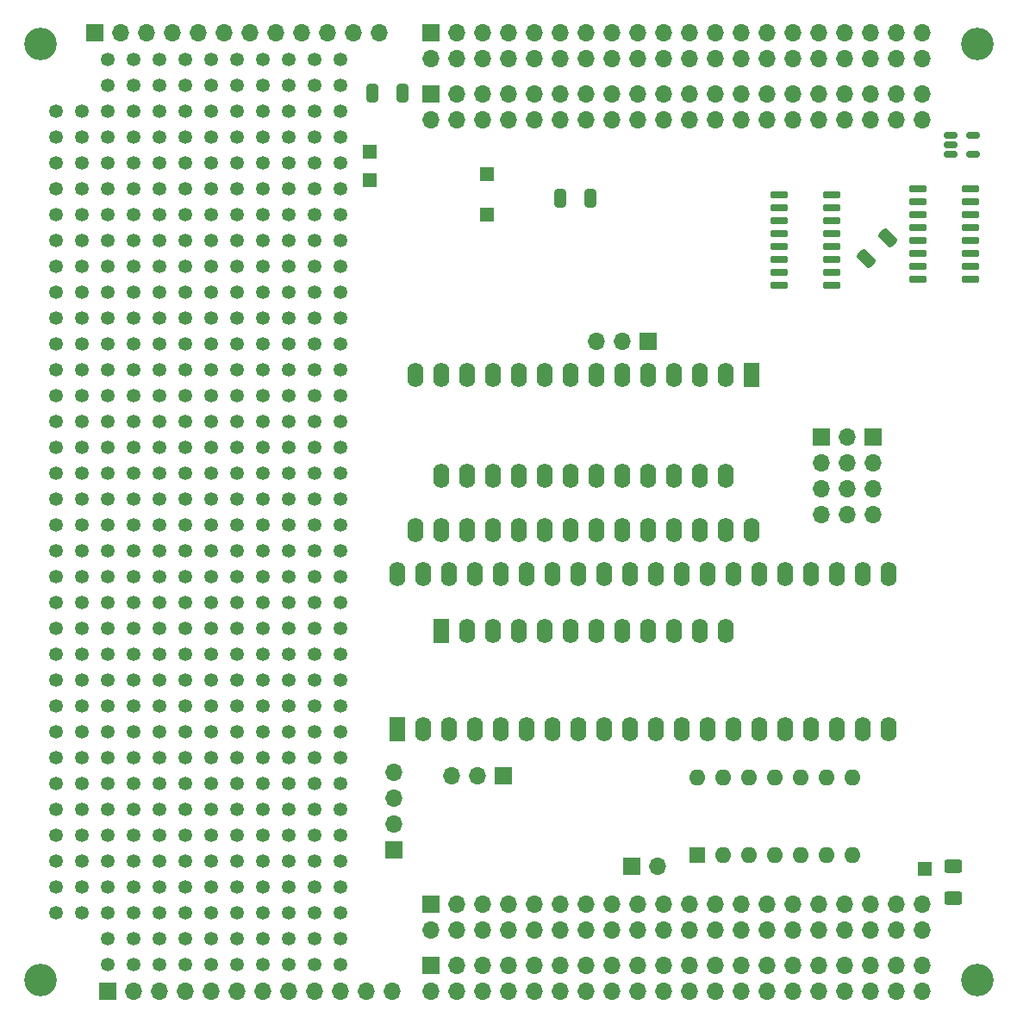
<source format=gbr>
%TF.GenerationSoftware,KiCad,Pcbnew,7.0.5-7.0.5~ubuntu20.04.1*%
%TF.CreationDate,2023-07-18T14:03:02+02:00*%
%TF.ProjectId,MOS MultiSerial_ram,4d4f5320-4d75-46c7-9469-53657269616c,rev?*%
%TF.SameCoordinates,Original*%
%TF.FileFunction,Soldermask,Top*%
%TF.FilePolarity,Negative*%
%FSLAX46Y46*%
G04 Gerber Fmt 4.6, Leading zero omitted, Abs format (unit mm)*
G04 Created by KiCad (PCBNEW 7.0.5-7.0.5~ubuntu20.04.1) date 2023-07-18 14:03:02*
%MOMM*%
%LPD*%
G01*
G04 APERTURE LIST*
G04 Aperture macros list*
%AMRoundRect*
0 Rectangle with rounded corners*
0 $1 Rounding radius*
0 $2 $3 $4 $5 $6 $7 $8 $9 X,Y pos of 4 corners*
0 Add a 4 corners polygon primitive as box body*
4,1,4,$2,$3,$4,$5,$6,$7,$8,$9,$2,$3,0*
0 Add four circle primitives for the rounded corners*
1,1,$1+$1,$2,$3*
1,1,$1+$1,$4,$5*
1,1,$1+$1,$6,$7*
1,1,$1+$1,$8,$9*
0 Add four rect primitives between the rounded corners*
20,1,$1+$1,$2,$3,$4,$5,0*
20,1,$1+$1,$4,$5,$6,$7,0*
20,1,$1+$1,$6,$7,$8,$9,0*
20,1,$1+$1,$8,$9,$2,$3,0*%
G04 Aperture macros list end*
%ADD10R,1.700000X1.700000*%
%ADD11O,1.700000X1.700000*%
%ADD12RoundRect,0.250000X0.325000X0.650000X-0.325000X0.650000X-0.325000X-0.650000X0.325000X-0.650000X0*%
%ADD13C,1.350000*%
%ADD14R,1.350000X1.350000*%
%ADD15RoundRect,0.150000X0.725000X0.150000X-0.725000X0.150000X-0.725000X-0.150000X0.725000X-0.150000X0*%
%ADD16RoundRect,0.150000X-0.512500X-0.150000X0.512500X-0.150000X0.512500X0.150000X-0.512500X0.150000X0*%
%ADD17RoundRect,0.250000X-0.229810X0.689429X-0.689429X0.229810X0.229810X-0.689429X0.689429X-0.229810X0*%
%ADD18R,1.600000X2.400000*%
%ADD19O,1.600000X2.400000*%
%ADD20C,3.200000*%
%ADD21RoundRect,0.150000X-0.725000X-0.150000X0.725000X-0.150000X0.725000X0.150000X-0.725000X0.150000X0*%
%ADD22RoundRect,0.250000X0.625000X-0.400000X0.625000X0.400000X-0.625000X0.400000X-0.625000X-0.400000X0*%
%ADD23R,1.600000X1.600000*%
%ADD24O,1.600000X1.600000*%
G04 APERTURE END LIST*
D10*
%TO.C,JP3*%
X146781800Y-121239000D03*
D11*
X144241800Y-121239000D03*
X141701800Y-121239000D03*
%TD*%
D12*
%TO.C,C4*%
X155371800Y-64490600D03*
X152421800Y-64490600D03*
%TD*%
D10*
%TO.C,J1*%
X139700000Y-48303005D03*
D11*
X139700000Y-50843005D03*
X142240000Y-48303005D03*
X142240000Y-50843005D03*
X144780000Y-48303005D03*
X144780000Y-50843005D03*
X147320000Y-48303005D03*
X147320000Y-50843005D03*
X149860000Y-48303005D03*
X149860000Y-50843005D03*
X152400000Y-48303005D03*
X152400000Y-50843005D03*
X154940000Y-48303005D03*
X154940000Y-50843005D03*
X157480000Y-48303005D03*
X157480000Y-50843005D03*
X160020000Y-48303005D03*
X160020000Y-50843005D03*
X162560000Y-48303005D03*
X162560000Y-50843005D03*
X165100000Y-48303005D03*
X165100000Y-50843005D03*
X167640000Y-48303005D03*
X167640000Y-50843005D03*
X170180000Y-48303005D03*
X170180000Y-50843005D03*
X172720000Y-48303005D03*
X172720000Y-50843005D03*
X175260000Y-48303005D03*
X175260000Y-50843005D03*
X177800000Y-48303005D03*
X177800000Y-50843005D03*
X180340000Y-48303005D03*
X180340000Y-50843005D03*
X182880000Y-48303005D03*
X182880000Y-50843005D03*
X185420000Y-48303005D03*
X185420000Y-50843005D03*
X187960000Y-48303005D03*
X187960000Y-50843005D03*
%TD*%
D10*
%TO.C,J6*%
X183103800Y-87965000D03*
D11*
X183103800Y-90505000D03*
X183103800Y-93045000D03*
X183103800Y-95585000D03*
%TD*%
D10*
%TO.C,J4*%
X139700000Y-133849005D03*
D11*
X139700000Y-136389005D03*
X142240000Y-133849005D03*
X142240000Y-136389005D03*
X144780000Y-133849005D03*
X144780000Y-136389005D03*
X147320000Y-133849005D03*
X147320000Y-136389005D03*
X149860000Y-133849005D03*
X149860000Y-136389005D03*
X152400000Y-133849005D03*
X152400000Y-136389005D03*
X154940000Y-133849005D03*
X154940000Y-136389005D03*
X157480000Y-133849005D03*
X157480000Y-136389005D03*
X160020000Y-133849005D03*
X160020000Y-136389005D03*
X162560000Y-133849005D03*
X162560000Y-136389005D03*
X165100000Y-133849005D03*
X165100000Y-136389005D03*
X167640000Y-133849005D03*
X167640000Y-136389005D03*
X170180000Y-133849005D03*
X170180000Y-136389005D03*
X172720000Y-133849005D03*
X172720000Y-136389005D03*
X175260000Y-133849005D03*
X175260000Y-136389005D03*
X177800000Y-133849005D03*
X177800000Y-136389005D03*
X180340000Y-133849005D03*
X180340000Y-136389005D03*
X182880000Y-133849005D03*
X182880000Y-136389005D03*
X185420000Y-133849005D03*
X185420000Y-136389005D03*
X187960000Y-133849005D03*
X187960000Y-136389005D03*
%TD*%
D13*
%TO.C,J18*%
X125730000Y-139827000D03*
X125730000Y-137287000D03*
X125730000Y-134747000D03*
X125730000Y-132207000D03*
X125730000Y-129667000D03*
X125730000Y-127127000D03*
X125730000Y-124587000D03*
X125730000Y-122047000D03*
X125730000Y-119507000D03*
X125730000Y-116967000D03*
X125730000Y-114427000D03*
X125730000Y-111887000D03*
X125730000Y-109347000D03*
X125730000Y-106807000D03*
X125730000Y-104267000D03*
X125730000Y-101727000D03*
X125730000Y-99187000D03*
X125730000Y-96647000D03*
X125730000Y-94107000D03*
X125730000Y-91567000D03*
X125730000Y-89027000D03*
X125730000Y-86487000D03*
X125730000Y-83947000D03*
X125730000Y-81407000D03*
X125730000Y-78867000D03*
X125730000Y-76327000D03*
X125730000Y-73787000D03*
X125730000Y-71247000D03*
X125730000Y-68707000D03*
X125730000Y-66167000D03*
X125730000Y-63627000D03*
X125730000Y-61087000D03*
X125730000Y-58547000D03*
X125730000Y-56007000D03*
X125730000Y-53467000D03*
X125730000Y-50927000D03*
X123190000Y-50927000D03*
X123190000Y-53467000D03*
X123190000Y-56007000D03*
X123190000Y-58547000D03*
X123190000Y-61087000D03*
X123190000Y-63627000D03*
X123190000Y-66167000D03*
X123190000Y-68707000D03*
X123190000Y-71247000D03*
X123190000Y-73787000D03*
X123190000Y-76327000D03*
X123190000Y-78867000D03*
X123190000Y-81407000D03*
X123190000Y-83947000D03*
X123190000Y-86487000D03*
X123190000Y-89027000D03*
X123190000Y-91567000D03*
X123190000Y-94107000D03*
X123190000Y-96647000D03*
X123190000Y-99187000D03*
X123190000Y-101727000D03*
X123190000Y-104267000D03*
X123190000Y-106807000D03*
X123190000Y-109347000D03*
X123190000Y-111887000D03*
X123190000Y-114427000D03*
X123190000Y-116967000D03*
X123190000Y-119507000D03*
X123190000Y-122047000D03*
X123190000Y-124587000D03*
X123190000Y-127127000D03*
X123190000Y-129667000D03*
X123190000Y-132207000D03*
X123190000Y-134747000D03*
X123190000Y-137287000D03*
X123190000Y-139827000D03*
%TD*%
D14*
%TO.C,J5*%
X145211800Y-66167000D03*
%TD*%
D15*
%TO.C,U6*%
X179065800Y-73077871D03*
X179065800Y-71807871D03*
X179065800Y-70537871D03*
X179065800Y-69267871D03*
X179065800Y-67997871D03*
X179065800Y-66727871D03*
X179065800Y-65457871D03*
X179065800Y-64187871D03*
X173915800Y-64187871D03*
X173915800Y-65457871D03*
X173915800Y-66727871D03*
X173915800Y-67997871D03*
X173915800Y-69267871D03*
X173915800Y-70537871D03*
X173915800Y-71807871D03*
X173915800Y-73077871D03*
%TD*%
D13*
%TO.C,J17*%
X120650000Y-139827000D03*
X120650000Y-137287000D03*
X120650000Y-134747000D03*
X120650000Y-132207000D03*
X120650000Y-129667000D03*
X120650000Y-127127000D03*
X120650000Y-124587000D03*
X120650000Y-122047000D03*
X120650000Y-119507000D03*
X120650000Y-116967000D03*
X120650000Y-114427000D03*
X120650000Y-111887000D03*
X120650000Y-109347000D03*
X120650000Y-106807000D03*
X120650000Y-104267000D03*
X120650000Y-101727000D03*
X120650000Y-99187000D03*
X120650000Y-96647000D03*
X120650000Y-94107000D03*
X120650000Y-91567000D03*
X120650000Y-89027000D03*
X120650000Y-86487000D03*
X120650000Y-83947000D03*
X120650000Y-81407000D03*
X120650000Y-78867000D03*
X120650000Y-76327000D03*
X120650000Y-73787000D03*
X120650000Y-71247000D03*
X120650000Y-68707000D03*
X120650000Y-66167000D03*
X120650000Y-63627000D03*
X120650000Y-61087000D03*
X120650000Y-58547000D03*
X120650000Y-56007000D03*
X120650000Y-53467000D03*
X120650000Y-50927000D03*
X118110000Y-50927000D03*
X118110000Y-53467000D03*
X118110000Y-56007000D03*
X118110000Y-58547000D03*
X118110000Y-61087000D03*
X118110000Y-63627000D03*
X118110000Y-66167000D03*
X118110000Y-68707000D03*
X118110000Y-71247000D03*
X118110000Y-73787000D03*
X118110000Y-76327000D03*
X118110000Y-78867000D03*
X118110000Y-81407000D03*
X118110000Y-83947000D03*
X118110000Y-86487000D03*
X118110000Y-89027000D03*
X118110000Y-91567000D03*
X118110000Y-94107000D03*
X118110000Y-96647000D03*
X118110000Y-99187000D03*
X118110000Y-101727000D03*
X118110000Y-104267000D03*
X118110000Y-106807000D03*
X118110000Y-109347000D03*
X118110000Y-111887000D03*
X118110000Y-114427000D03*
X118110000Y-116967000D03*
X118110000Y-119507000D03*
X118110000Y-122047000D03*
X118110000Y-124587000D03*
X118110000Y-127127000D03*
X118110000Y-129667000D03*
X118110000Y-132207000D03*
X118110000Y-134747000D03*
X118110000Y-137287000D03*
X118110000Y-139827000D03*
%TD*%
D16*
%TO.C,U8*%
X190708700Y-58333600D03*
X190708700Y-59283600D03*
X190708700Y-60233600D03*
X192983700Y-60233600D03*
X192983700Y-58333600D03*
%TD*%
D14*
%TO.C,J9*%
X133680200Y-59918600D03*
%TD*%
D10*
%TO.C,J7*%
X178023800Y-87965000D03*
D11*
X180563800Y-87965000D03*
X178023800Y-90505000D03*
X180563800Y-90505000D03*
X178023800Y-93045000D03*
X180563800Y-93045000D03*
X178023800Y-95585000D03*
X180563800Y-95585000D03*
%TD*%
D10*
%TO.C,J20*%
X107917000Y-142389005D03*
D11*
X110457000Y-142389005D03*
X112997000Y-142389005D03*
X115537000Y-142389005D03*
X118077000Y-142389005D03*
X120617000Y-142389005D03*
X123157000Y-142389005D03*
X125697000Y-142389005D03*
X128237000Y-142389005D03*
X130777000Y-142389005D03*
X133317000Y-142389005D03*
X135857000Y-142389005D03*
%TD*%
D17*
%TO.C,C5*%
X184556400Y-68402200D03*
X182470434Y-70488166D03*
%TD*%
D10*
%TO.C,J2*%
X139700000Y-139849005D03*
D11*
X139700000Y-142389005D03*
X142240000Y-139849005D03*
X142240000Y-142389005D03*
X144780000Y-139849005D03*
X144780000Y-142389005D03*
X147320000Y-139849005D03*
X147320000Y-142389005D03*
X149860000Y-139849005D03*
X149860000Y-142389005D03*
X152400000Y-139849005D03*
X152400000Y-142389005D03*
X154940000Y-139849005D03*
X154940000Y-142389005D03*
X157480000Y-139849005D03*
X157480000Y-142389005D03*
X160020000Y-139849005D03*
X160020000Y-142389005D03*
X162560000Y-139849005D03*
X162560000Y-142389005D03*
X165100000Y-139849005D03*
X165100000Y-142389005D03*
X167640000Y-139849005D03*
X167640000Y-142389005D03*
X170180000Y-139849005D03*
X170180000Y-142389005D03*
X172720000Y-139849005D03*
X172720000Y-142389005D03*
X175260000Y-139849005D03*
X175260000Y-142389005D03*
X177800000Y-139849005D03*
X177800000Y-142389005D03*
X180340000Y-139849005D03*
X180340000Y-142389005D03*
X182880000Y-139849005D03*
X182880000Y-142389005D03*
X185420000Y-139849005D03*
X185420000Y-142389005D03*
X187960000Y-139849005D03*
X187960000Y-142389005D03*
%TD*%
D10*
%TO.C,J13*%
X136017000Y-128524000D03*
D11*
X136017000Y-125984000D03*
X136017000Y-123444000D03*
X136017000Y-120904000D03*
%TD*%
D13*
%TO.C,J16*%
X115570000Y-139827000D03*
X115570000Y-137287000D03*
X115570000Y-134747000D03*
X115570000Y-132207000D03*
X115570000Y-129667000D03*
X115570000Y-127127000D03*
X115570000Y-124587000D03*
X115570000Y-122047000D03*
X115570000Y-119507000D03*
X115570000Y-116967000D03*
X115570000Y-114427000D03*
X115570000Y-111887000D03*
X115570000Y-109347000D03*
X115570000Y-106807000D03*
X115570000Y-104267000D03*
X115570000Y-101727000D03*
X115570000Y-99187000D03*
X115570000Y-96647000D03*
X115570000Y-94107000D03*
X115570000Y-91567000D03*
X115570000Y-89027000D03*
X115570000Y-86487000D03*
X115570000Y-83947000D03*
X115570000Y-81407000D03*
X115570000Y-78867000D03*
X115570000Y-76327000D03*
X115570000Y-73787000D03*
X115570000Y-71247000D03*
X115570000Y-68707000D03*
X115570000Y-66167000D03*
X115570000Y-63627000D03*
X115570000Y-61087000D03*
X115570000Y-58547000D03*
X115570000Y-56007000D03*
X115570000Y-53467000D03*
X115570000Y-50927000D03*
X113030000Y-50927000D03*
X113030000Y-53467000D03*
X113030000Y-56007000D03*
X113030000Y-58547000D03*
X113030000Y-61087000D03*
X113030000Y-63627000D03*
X113030000Y-66167000D03*
X113030000Y-68707000D03*
X113030000Y-71247000D03*
X113030000Y-73787000D03*
X113030000Y-76327000D03*
X113030000Y-78867000D03*
X113030000Y-81407000D03*
X113030000Y-83947000D03*
X113030000Y-86487000D03*
X113030000Y-89027000D03*
X113030000Y-91567000D03*
X113030000Y-94107000D03*
X113030000Y-96647000D03*
X113030000Y-99187000D03*
X113030000Y-101727000D03*
X113030000Y-104267000D03*
X113030000Y-106807000D03*
X113030000Y-109347000D03*
X113030000Y-111887000D03*
X113030000Y-114427000D03*
X113030000Y-116967000D03*
X113030000Y-119507000D03*
X113030000Y-122047000D03*
X113030000Y-124587000D03*
X113030000Y-127127000D03*
X113030000Y-129667000D03*
X113030000Y-132207000D03*
X113030000Y-134747000D03*
X113030000Y-137287000D03*
X113030000Y-139827000D03*
%TD*%
D18*
%TO.C,U4*%
X140685800Y-107015000D03*
D19*
X143225800Y-107015000D03*
X145765800Y-107015000D03*
X148305800Y-107015000D03*
X150845800Y-107015000D03*
X153385800Y-107015000D03*
X155925800Y-107015000D03*
X158465800Y-107015000D03*
X161005800Y-107015000D03*
X163545800Y-107015000D03*
X166085800Y-107015000D03*
X168625800Y-107015000D03*
X168625800Y-91775000D03*
X166085800Y-91775000D03*
X163545800Y-91775000D03*
X161005800Y-91775000D03*
X158465800Y-91775000D03*
X155925800Y-91775000D03*
X153385800Y-91775000D03*
X150845800Y-91775000D03*
X148305800Y-91775000D03*
X145765800Y-91775000D03*
X143225800Y-91775000D03*
X140685800Y-91775000D03*
%TD*%
D13*
%TO.C,J15*%
X110490000Y-139827000D03*
X110490000Y-137287000D03*
X110490000Y-134747000D03*
X110490000Y-132207000D03*
X110490000Y-129667000D03*
X110490000Y-127127000D03*
X110490000Y-124587000D03*
X110490000Y-122047000D03*
X110490000Y-119507000D03*
X110490000Y-116967000D03*
X110490000Y-114427000D03*
X110490000Y-111887000D03*
X110490000Y-109347000D03*
X110490000Y-106807000D03*
X110490000Y-104267000D03*
X110490000Y-101727000D03*
X110490000Y-99187000D03*
X110490000Y-96647000D03*
X110490000Y-94107000D03*
X110490000Y-91567000D03*
X110490000Y-89027000D03*
X110490000Y-86487000D03*
X110490000Y-83947000D03*
X110490000Y-81407000D03*
X110490000Y-78867000D03*
X110490000Y-76327000D03*
X110490000Y-73787000D03*
X110490000Y-71247000D03*
X110490000Y-68707000D03*
X110490000Y-66167000D03*
X110490000Y-63627000D03*
X110490000Y-61087000D03*
X110490000Y-58547000D03*
X110490000Y-56007000D03*
X110490000Y-53467000D03*
X110490000Y-50927000D03*
X107950000Y-50927000D03*
X107950000Y-53467000D03*
X107950000Y-56007000D03*
X107950000Y-58547000D03*
X107950000Y-61087000D03*
X107950000Y-63627000D03*
X107950000Y-66167000D03*
X107950000Y-68707000D03*
X107950000Y-71247000D03*
X107950000Y-73787000D03*
X107950000Y-76327000D03*
X107950000Y-78867000D03*
X107950000Y-81407000D03*
X107950000Y-83947000D03*
X107950000Y-86487000D03*
X107950000Y-89027000D03*
X107950000Y-91567000D03*
X107950000Y-94107000D03*
X107950000Y-96647000D03*
X107950000Y-99187000D03*
X107950000Y-101727000D03*
X107950000Y-104267000D03*
X107950000Y-106807000D03*
X107950000Y-109347000D03*
X107950000Y-111887000D03*
X107950000Y-114427000D03*
X107950000Y-116967000D03*
X107950000Y-119507000D03*
X107950000Y-122047000D03*
X107950000Y-124587000D03*
X107950000Y-127127000D03*
X107950000Y-129667000D03*
X107950000Y-132207000D03*
X107950000Y-134747000D03*
X107950000Y-137287000D03*
X107950000Y-139827000D03*
%TD*%
D20*
%TO.C,H3*%
X193340000Y-49346005D03*
%TD*%
D10*
%TO.C,J14*%
X159385000Y-130175000D03*
D11*
X161925000Y-130175000D03*
%TD*%
D18*
%TO.C,U3*%
X136372800Y-116672000D03*
D19*
X138912800Y-116672000D03*
X141452800Y-116672000D03*
X143992800Y-116672000D03*
X146532800Y-116672000D03*
X149072800Y-116672000D03*
X151612800Y-116672000D03*
X154152800Y-116672000D03*
X156692800Y-116672000D03*
X159232800Y-116672000D03*
X161772800Y-116672000D03*
X164312800Y-116672000D03*
X166852800Y-116672000D03*
X169392800Y-116672000D03*
X171932800Y-116672000D03*
X174472800Y-116672000D03*
X177012800Y-116672000D03*
X179552800Y-116672000D03*
X182092800Y-116672000D03*
X184632800Y-116672000D03*
X184632800Y-101432000D03*
X182092800Y-101432000D03*
X179552800Y-101432000D03*
X177012800Y-101432000D03*
X174472800Y-101432000D03*
X171932800Y-101432000D03*
X169392800Y-101432000D03*
X166852800Y-101432000D03*
X164312800Y-101432000D03*
X161772800Y-101432000D03*
X159232800Y-101432000D03*
X156692800Y-101432000D03*
X154152800Y-101432000D03*
X151612800Y-101432000D03*
X149072800Y-101432000D03*
X146532800Y-101432000D03*
X143992800Y-101432000D03*
X141452800Y-101432000D03*
X138912800Y-101432000D03*
X136372800Y-101432000D03*
%TD*%
D18*
%TO.C,U1*%
X171165800Y-81869000D03*
D19*
X168625800Y-81869000D03*
X166085800Y-81869000D03*
X163545800Y-81869000D03*
X161005800Y-81869000D03*
X158465800Y-81869000D03*
X155925800Y-81869000D03*
X153385800Y-81869000D03*
X150845800Y-81869000D03*
X148305800Y-81869000D03*
X145765800Y-81869000D03*
X143225800Y-81869000D03*
X140685800Y-81869000D03*
X138145800Y-81869000D03*
X138145800Y-97109000D03*
X140685800Y-97109000D03*
X143225800Y-97109000D03*
X145765800Y-97109000D03*
X148305800Y-97109000D03*
X150845800Y-97109000D03*
X153385800Y-97109000D03*
X155925800Y-97109000D03*
X158465800Y-97109000D03*
X161005800Y-97109000D03*
X163545800Y-97109000D03*
X166085800Y-97109000D03*
X168625800Y-97109000D03*
X171165800Y-97109000D03*
%TD*%
D10*
%TO.C,J3*%
X139700000Y-54303005D03*
D11*
X139700000Y-56843005D03*
X142240000Y-54303005D03*
X142240000Y-56843005D03*
X144780000Y-54303005D03*
X144780000Y-56843005D03*
X147320000Y-54303005D03*
X147320000Y-56843005D03*
X149860000Y-54303005D03*
X149860000Y-56843005D03*
X152400000Y-54303005D03*
X152400000Y-56843005D03*
X154940000Y-54303005D03*
X154940000Y-56843005D03*
X157480000Y-54303005D03*
X157480000Y-56843005D03*
X160020000Y-54303005D03*
X160020000Y-56843005D03*
X162560000Y-54303005D03*
X162560000Y-56843005D03*
X165100000Y-54303005D03*
X165100000Y-56843005D03*
X167640000Y-54303005D03*
X167640000Y-56843005D03*
X170180000Y-54303005D03*
X170180000Y-56843005D03*
X172720000Y-54303005D03*
X172720000Y-56843005D03*
X175260000Y-54303005D03*
X175260000Y-56843005D03*
X177800000Y-54303005D03*
X177800000Y-56843005D03*
X180340000Y-54303005D03*
X180340000Y-56843005D03*
X182880000Y-54303005D03*
X182880000Y-56843005D03*
X185420000Y-54303005D03*
X185420000Y-56843005D03*
X187960000Y-54303005D03*
X187960000Y-56843005D03*
%TD*%
D10*
%TO.C,JP2*%
X161005800Y-78567000D03*
D11*
X158465800Y-78567000D03*
X155925800Y-78567000D03*
%TD*%
D20*
%TO.C,H1*%
X101340000Y-49346005D03*
%TD*%
D21*
%TO.C,U7*%
X187530200Y-63603671D03*
X187530200Y-64873671D03*
X187530200Y-66143671D03*
X187530200Y-67413671D03*
X187530200Y-68683671D03*
X187530200Y-69953671D03*
X187530200Y-71223671D03*
X187530200Y-72493671D03*
X192680200Y-72493671D03*
X192680200Y-71223671D03*
X192680200Y-69953671D03*
X192680200Y-68683671D03*
X192680200Y-67413671D03*
X192680200Y-66143671D03*
X192680200Y-64873671D03*
X192680200Y-63603671D03*
%TD*%
D12*
%TO.C,C1*%
X136882400Y-54229000D03*
X133932400Y-54229000D03*
%TD*%
D14*
%TO.C,J8*%
X188188600Y-130403600D03*
%TD*%
%TO.C,J22*%
X145211800Y-62117000D03*
%TD*%
D20*
%TO.C,H2*%
X101340000Y-141346005D03*
%TD*%
D13*
%TO.C,J23*%
X105410000Y-134747000D03*
X105410000Y-132207000D03*
X105410000Y-129667000D03*
X105410000Y-127127000D03*
X105410000Y-124587000D03*
X105410000Y-122047000D03*
X105410000Y-119507000D03*
X105410000Y-116967000D03*
X105410000Y-114427000D03*
X105410000Y-111887000D03*
X105410000Y-109347000D03*
X105410000Y-106807000D03*
X105410000Y-104267000D03*
X105410000Y-101727000D03*
X105410000Y-99187000D03*
X105410000Y-96647000D03*
X105410000Y-94107000D03*
X105410000Y-91567000D03*
X105410000Y-89027000D03*
X105410000Y-86487000D03*
X105410000Y-83947000D03*
X105410000Y-81407000D03*
X105410000Y-78867000D03*
X105410000Y-76327000D03*
X105410000Y-73787000D03*
X105410000Y-71247000D03*
X105410000Y-68707000D03*
X105410000Y-66167000D03*
X105410000Y-63627000D03*
X105410000Y-61087000D03*
X105410000Y-58547000D03*
X105410000Y-56007000D03*
X102870000Y-56007000D03*
X102870000Y-58547000D03*
X102870000Y-61087000D03*
X102870000Y-63627000D03*
X102870000Y-66167000D03*
X102870000Y-68707000D03*
X102870000Y-71247000D03*
X102870000Y-73787000D03*
X102870000Y-76327000D03*
X102870000Y-78867000D03*
X102870000Y-81407000D03*
X102870000Y-83947000D03*
X102870000Y-86487000D03*
X102870000Y-89027000D03*
X102870000Y-91567000D03*
X102870000Y-94107000D03*
X102870000Y-96647000D03*
X102870000Y-99187000D03*
X102870000Y-101727000D03*
X102870000Y-104267000D03*
X102870000Y-106807000D03*
X102870000Y-109347000D03*
X102870000Y-111887000D03*
X102870000Y-114427000D03*
X102870000Y-116967000D03*
X102870000Y-119507000D03*
X102870000Y-122047000D03*
X102870000Y-124587000D03*
X102870000Y-127127000D03*
X102870000Y-129667000D03*
X102870000Y-132207000D03*
X102870000Y-134747000D03*
%TD*%
D14*
%TO.C,J12*%
X133680200Y-62738000D03*
%TD*%
D10*
%TO.C,J21*%
X106680000Y-48260000D03*
D11*
X109220000Y-48260000D03*
X111760000Y-48260000D03*
X114300000Y-48260000D03*
X116840000Y-48260000D03*
X119380000Y-48260000D03*
X121920000Y-48260000D03*
X124460000Y-48260000D03*
X127000000Y-48260000D03*
X129540000Y-48260000D03*
X132080000Y-48260000D03*
X134620000Y-48260000D03*
%TD*%
D13*
%TO.C,J19*%
X130810000Y-139827000D03*
X130810000Y-137287000D03*
X130810000Y-134747000D03*
X130810000Y-132207000D03*
X130810000Y-129667000D03*
X130810000Y-127127000D03*
X130810000Y-124587000D03*
X130810000Y-122047000D03*
X130810000Y-119507000D03*
X130810000Y-116967000D03*
X130810000Y-114427000D03*
X130810000Y-111887000D03*
X130810000Y-109347000D03*
X130810000Y-106807000D03*
X130810000Y-104267000D03*
X130810000Y-101727000D03*
X130810000Y-99187000D03*
X130810000Y-96647000D03*
X130810000Y-94107000D03*
X130810000Y-91567000D03*
X130810000Y-89027000D03*
X130810000Y-86487000D03*
X130810000Y-83947000D03*
X130810000Y-81407000D03*
X130810000Y-78867000D03*
X130810000Y-76327000D03*
X130810000Y-73787000D03*
X130810000Y-71247000D03*
X130810000Y-68707000D03*
X130810000Y-66167000D03*
X130810000Y-63627000D03*
X130810000Y-61087000D03*
X130810000Y-58547000D03*
X130810000Y-56007000D03*
X130810000Y-53467000D03*
X130810000Y-50927000D03*
X128270000Y-50927000D03*
X128270000Y-53467000D03*
X128270000Y-56007000D03*
X128270000Y-58547000D03*
X128270000Y-61087000D03*
X128270000Y-63627000D03*
X128270000Y-66167000D03*
X128270000Y-68707000D03*
X128270000Y-71247000D03*
X128270000Y-73787000D03*
X128270000Y-76327000D03*
X128270000Y-78867000D03*
X128270000Y-81407000D03*
X128270000Y-83947000D03*
X128270000Y-86487000D03*
X128270000Y-89027000D03*
X128270000Y-91567000D03*
X128270000Y-94107000D03*
X128270000Y-96647000D03*
X128270000Y-99187000D03*
X128270000Y-101727000D03*
X128270000Y-104267000D03*
X128270000Y-106807000D03*
X128270000Y-109347000D03*
X128270000Y-111887000D03*
X128270000Y-114427000D03*
X128270000Y-116967000D03*
X128270000Y-119507000D03*
X128270000Y-122047000D03*
X128270000Y-124587000D03*
X128270000Y-127127000D03*
X128270000Y-129667000D03*
X128270000Y-132207000D03*
X128270000Y-134747000D03*
X128270000Y-137287000D03*
X128270000Y-139827000D03*
%TD*%
D20*
%TO.C,H4*%
X193340000Y-141346005D03*
%TD*%
D22*
%TO.C,R1*%
X191033400Y-133273800D03*
X191033400Y-130173800D03*
%TD*%
D23*
%TO.C,U2*%
X165862000Y-129032000D03*
D24*
X168402000Y-129032000D03*
X170942000Y-129032000D03*
X173482000Y-129032000D03*
X176022000Y-129032000D03*
X178562000Y-129032000D03*
X181102000Y-129032000D03*
X181102000Y-121412000D03*
X178562000Y-121412000D03*
X176022000Y-121412000D03*
X173482000Y-121412000D03*
X170942000Y-121412000D03*
X168402000Y-121412000D03*
X165862000Y-121412000D03*
%TD*%
M02*

</source>
